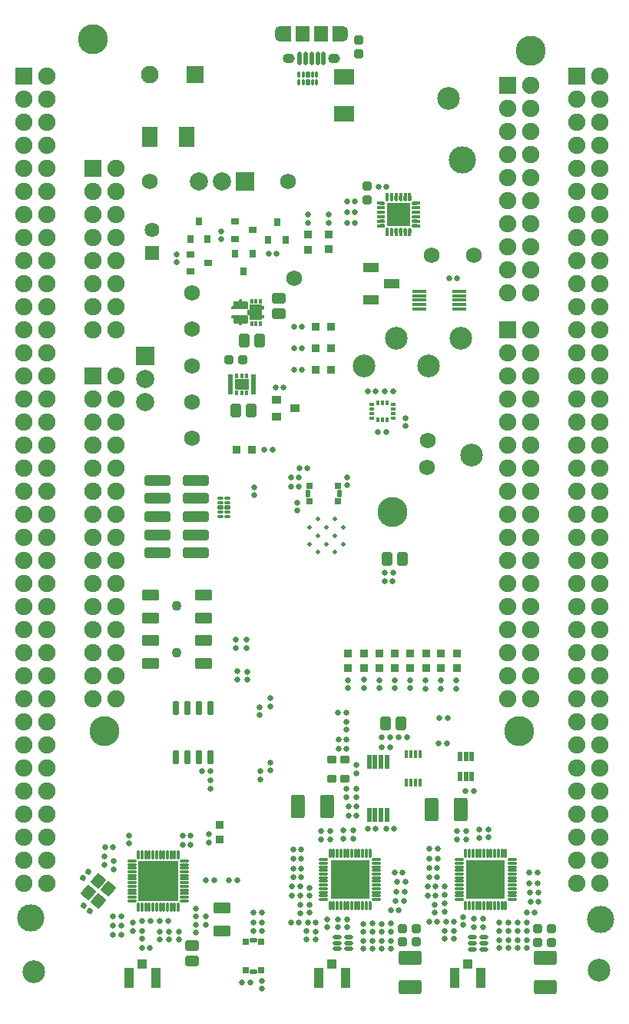
<source format=gts>
G04*
G04 #@! TF.GenerationSoftware,Altium Limited,Altium Designer,20.1.11 (218)*
G04*
G04 Layer_Color=8388736*
%FSLAX24Y24*%
%MOIN*%
G70*
G04*
G04 #@! TF.SameCoordinates,65F66D52-CE9B-4770-8034-86EEF532C684*
G04*
G04*
G04 #@! TF.FilePolarity,Negative*
G04*
G01*
G75*
%ADD85R,0.0512X0.0650*%
%ADD86C,0.1181*%
G04:AMPARAMS|DCode=87|XSize=48.8mil|YSize=52.8mil|CornerRadius=7.1mil|HoleSize=0mil|Usage=FLASHONLY|Rotation=320.000|XOffset=0mil|YOffset=0mil|HoleType=Round|Shape=RoundedRectangle|*
%AMROUNDEDRECTD87*
21,1,0.0488,0.0386,0,0,320.0*
21,1,0.0346,0.0528,0,0,320.0*
1,1,0.0142,0.0009,-0.0259*
1,1,0.0142,-0.0257,-0.0036*
1,1,0.0142,-0.0009,0.0259*
1,1,0.0142,0.0257,0.0036*
%
%ADD87ROUNDEDRECTD87*%
G04:AMPARAMS|DCode=88|XSize=23.9mil|YSize=23.9mil|CornerRadius=8mil|HoleSize=0mil|Usage=FLASHONLY|Rotation=180.000|XOffset=0mil|YOffset=0mil|HoleType=Round|Shape=RoundedRectangle|*
%AMROUNDEDRECTD88*
21,1,0.0239,0.0080,0,0,180.0*
21,1,0.0080,0.0239,0,0,180.0*
1,1,0.0159,-0.0040,0.0040*
1,1,0.0159,0.0040,0.0040*
1,1,0.0159,0.0040,-0.0040*
1,1,0.0159,-0.0040,-0.0040*
%
%ADD88ROUNDEDRECTD88*%
G04:AMPARAMS|DCode=89|XSize=11.8mil|YSize=26.2mil|CornerRadius=3.2mil|HoleSize=0mil|Usage=FLASHONLY|Rotation=90.000|XOffset=0mil|YOffset=0mil|HoleType=Round|Shape=RoundedRectangle|*
%AMROUNDEDRECTD89*
21,1,0.0118,0.0199,0,0,90.0*
21,1,0.0055,0.0262,0,0,90.0*
1,1,0.0063,0.0099,0.0028*
1,1,0.0063,0.0099,-0.0028*
1,1,0.0063,-0.0099,-0.0028*
1,1,0.0063,-0.0099,0.0028*
%
%ADD89ROUNDEDRECTD89*%
G04:AMPARAMS|DCode=90|XSize=19.7mil|YSize=26.2mil|CornerRadius=3.2mil|HoleSize=0mil|Usage=FLASHONLY|Rotation=90.000|XOffset=0mil|YOffset=0mil|HoleType=Round|Shape=RoundedRectangle|*
%AMROUNDEDRECTD90*
21,1,0.0197,0.0197,0,0,90.0*
21,1,0.0132,0.0262,0,0,90.0*
1,1,0.0065,0.0099,0.0066*
1,1,0.0065,0.0099,-0.0066*
1,1,0.0065,-0.0099,-0.0066*
1,1,0.0065,-0.0099,0.0066*
%
%ADD90ROUNDEDRECTD90*%
G04:AMPARAMS|DCode=91|XSize=23.9mil|YSize=23.9mil|CornerRadius=8mil|HoleSize=0mil|Usage=FLASHONLY|Rotation=90.000|XOffset=0mil|YOffset=0mil|HoleType=Round|Shape=RoundedRectangle|*
%AMROUNDEDRECTD91*
21,1,0.0239,0.0080,0,0,90.0*
21,1,0.0080,0.0239,0,0,90.0*
1,1,0.0159,0.0040,0.0040*
1,1,0.0159,0.0040,-0.0040*
1,1,0.0159,-0.0040,-0.0040*
1,1,0.0159,-0.0040,0.0040*
%
%ADD91ROUNDEDRECTD91*%
G04:AMPARAMS|DCode=92|XSize=11.8mil|YSize=26.2mil|CornerRadius=3.2mil|HoleSize=0mil|Usage=FLASHONLY|Rotation=0.000|XOffset=0mil|YOffset=0mil|HoleType=Round|Shape=RoundedRectangle|*
%AMROUNDEDRECTD92*
21,1,0.0118,0.0199,0,0,0.0*
21,1,0.0055,0.0262,0,0,0.0*
1,1,0.0063,0.0028,-0.0099*
1,1,0.0063,-0.0028,-0.0099*
1,1,0.0063,-0.0028,0.0099*
1,1,0.0063,0.0028,0.0099*
%
%ADD92ROUNDEDRECTD92*%
G04:AMPARAMS|DCode=93|XSize=19.7mil|YSize=26.2mil|CornerRadius=3.2mil|HoleSize=0mil|Usage=FLASHONLY|Rotation=0.000|XOffset=0mil|YOffset=0mil|HoleType=Round|Shape=RoundedRectangle|*
%AMROUNDEDRECTD93*
21,1,0.0197,0.0197,0,0,0.0*
21,1,0.0132,0.0262,0,0,0.0*
1,1,0.0065,0.0066,-0.0099*
1,1,0.0065,-0.0066,-0.0099*
1,1,0.0065,-0.0066,0.0099*
1,1,0.0065,0.0066,0.0099*
%
%ADD93ROUNDEDRECTD93*%
G04:AMPARAMS|DCode=94|XSize=19.7mil|YSize=57.1mil|CornerRadius=5.9mil|HoleSize=0mil|Usage=FLASHONLY|Rotation=180.000|XOffset=0mil|YOffset=0mil|HoleType=Round|Shape=RoundedRectangle|*
%AMROUNDEDRECTD94*
21,1,0.0197,0.0453,0,0,180.0*
21,1,0.0079,0.0571,0,0,180.0*
1,1,0.0118,-0.0039,0.0226*
1,1,0.0118,0.0039,0.0226*
1,1,0.0118,0.0039,-0.0226*
1,1,0.0118,-0.0039,-0.0226*
%
%ADD94ROUNDEDRECTD94*%
%ADD95R,0.0630X0.0650*%
%ADD96R,0.1732X0.1732*%
G04:AMPARAMS|DCode=97|XSize=11.8mil|YSize=37.4mil|CornerRadius=2.8mil|HoleSize=0mil|Usage=FLASHONLY|Rotation=180.000|XOffset=0mil|YOffset=0mil|HoleType=Round|Shape=RoundedRectangle|*
%AMROUNDEDRECTD97*
21,1,0.0118,0.0319,0,0,180.0*
21,1,0.0063,0.0374,0,0,180.0*
1,1,0.0055,-0.0032,0.0159*
1,1,0.0055,0.0032,0.0159*
1,1,0.0055,0.0032,-0.0159*
1,1,0.0055,-0.0032,-0.0159*
%
%ADD97ROUNDEDRECTD97*%
G04:AMPARAMS|DCode=98|XSize=11.8mil|YSize=37.4mil|CornerRadius=2.8mil|HoleSize=0mil|Usage=FLASHONLY|Rotation=90.000|XOffset=0mil|YOffset=0mil|HoleType=Round|Shape=RoundedRectangle|*
%AMROUNDEDRECTD98*
21,1,0.0118,0.0319,0,0,90.0*
21,1,0.0063,0.0374,0,0,90.0*
1,1,0.0055,0.0159,0.0032*
1,1,0.0055,0.0159,-0.0032*
1,1,0.0055,-0.0159,-0.0032*
1,1,0.0055,-0.0159,0.0032*
%
%ADD98ROUNDEDRECTD98*%
G04:AMPARAMS|DCode=99|XSize=58.9mil|YSize=46.9mil|CornerRadius=9.9mil|HoleSize=0mil|Usage=FLASHONLY|Rotation=180.000|XOffset=0mil|YOffset=0mil|HoleType=Round|Shape=RoundedRectangle|*
%AMROUNDEDRECTD99*
21,1,0.0589,0.0271,0,0,180.0*
21,1,0.0391,0.0469,0,0,180.0*
1,1,0.0198,-0.0195,0.0135*
1,1,0.0198,0.0195,0.0135*
1,1,0.0198,0.0195,-0.0135*
1,1,0.0198,-0.0195,-0.0135*
%
%ADD99ROUNDEDRECTD99*%
%ADD100R,0.0177X0.0187*%
%ADD101R,0.0197X0.0866*%
%ADD102R,0.0449X0.0909*%
%ADD103R,0.0429X0.0449*%
G04:AMPARAMS|DCode=104|XSize=43.4mil|YSize=112.3mil|CornerRadius=5.9mil|HoleSize=0mil|Usage=FLASHONLY|Rotation=270.000|XOffset=0mil|YOffset=0mil|HoleType=Round|Shape=RoundedRectangle|*
%AMROUNDEDRECTD104*
21,1,0.0434,0.1004,0,0,270.0*
21,1,0.0315,0.1123,0,0,270.0*
1,1,0.0119,-0.0502,-0.0157*
1,1,0.0119,-0.0502,0.0157*
1,1,0.0119,0.0502,0.0157*
1,1,0.0119,0.0502,-0.0157*
%
%ADD104ROUNDEDRECTD104*%
G04:AMPARAMS|DCode=105|XSize=40.6mil|YSize=11.8mil|CornerRadius=2.4mil|HoleSize=0mil|Usage=FLASHONLY|Rotation=0.000|XOffset=0mil|YOffset=0mil|HoleType=Round|Shape=RoundedRectangle|*
%AMROUNDEDRECTD105*
21,1,0.0406,0.0069,0,0,0.0*
21,1,0.0357,0.0118,0,0,0.0*
1,1,0.0049,0.0178,-0.0035*
1,1,0.0049,-0.0178,-0.0035*
1,1,0.0049,-0.0178,0.0035*
1,1,0.0049,0.0178,0.0035*
%
%ADD105ROUNDEDRECTD105*%
G04:AMPARAMS|DCode=106|XSize=40.6mil|YSize=11.8mil|CornerRadius=2.4mil|HoleSize=0mil|Usage=FLASHONLY|Rotation=90.000|XOffset=0mil|YOffset=0mil|HoleType=Round|Shape=RoundedRectangle|*
%AMROUNDEDRECTD106*
21,1,0.0406,0.0069,0,0,90.0*
21,1,0.0357,0.0118,0,0,90.0*
1,1,0.0049,0.0035,0.0178*
1,1,0.0049,0.0035,-0.0178*
1,1,0.0049,-0.0035,-0.0178*
1,1,0.0049,-0.0035,0.0178*
%
%ADD106ROUNDEDRECTD106*%
%ADD107R,0.1709X0.1709*%
%ADD108R,0.0167X0.0197*%
%ADD109R,0.0118X0.0197*%
G04:AMPARAMS|DCode=110|XSize=58.9mil|YSize=46.9mil|CornerRadius=9.9mil|HoleSize=0mil|Usage=FLASHONLY|Rotation=270.000|XOffset=0mil|YOffset=0mil|HoleType=Round|Shape=RoundedRectangle|*
%AMROUNDEDRECTD110*
21,1,0.0589,0.0271,0,0,270.0*
21,1,0.0391,0.0469,0,0,270.0*
1,1,0.0198,-0.0135,-0.0195*
1,1,0.0198,-0.0135,0.0195*
1,1,0.0198,0.0135,0.0195*
1,1,0.0198,0.0135,-0.0195*
%
%ADD110ROUNDEDRECTD110*%
G04:AMPARAMS|DCode=111|XSize=45.7mil|YSize=75.6mil|CornerRadius=6.8mil|HoleSize=0mil|Usage=FLASHONLY|Rotation=270.000|XOffset=0mil|YOffset=0mil|HoleType=Round|Shape=RoundedRectangle|*
%AMROUNDEDRECTD111*
21,1,0.0457,0.0620,0,0,270.0*
21,1,0.0321,0.0756,0,0,270.0*
1,1,0.0135,-0.0310,-0.0161*
1,1,0.0135,-0.0310,0.0161*
1,1,0.0135,0.0310,0.0161*
1,1,0.0135,0.0310,-0.0161*
%
%ADD111ROUNDEDRECTD111*%
G04:AMPARAMS|DCode=112|XSize=27.6mil|YSize=29.5mil|CornerRadius=4.3mil|HoleSize=0mil|Usage=FLASHONLY|Rotation=270.000|XOffset=0mil|YOffset=0mil|HoleType=Round|Shape=RoundedRectangle|*
%AMROUNDEDRECTD112*
21,1,0.0276,0.0209,0,0,270.0*
21,1,0.0189,0.0295,0,0,270.0*
1,1,0.0087,-0.0104,-0.0094*
1,1,0.0087,-0.0104,0.0094*
1,1,0.0087,0.0104,0.0094*
1,1,0.0087,0.0104,-0.0094*
%
%ADD112ROUNDEDRECTD112*%
G04:AMPARAMS|DCode=113|XSize=31.5mil|YSize=17.7mil|CornerRadius=3.3mil|HoleSize=0mil|Usage=FLASHONLY|Rotation=90.000|XOffset=0mil|YOffset=0mil|HoleType=Round|Shape=RoundedRectangle|*
%AMROUNDEDRECTD113*
21,1,0.0315,0.0110,0,0,90.0*
21,1,0.0248,0.0177,0,0,90.0*
1,1,0.0067,0.0055,0.0124*
1,1,0.0067,0.0055,-0.0124*
1,1,0.0067,-0.0055,-0.0124*
1,1,0.0067,-0.0055,0.0124*
%
%ADD113ROUNDEDRECTD113*%
%ADD114R,0.0370X0.0370*%
G04:AMPARAMS|DCode=115|XSize=30.3mil|YSize=39mil|CornerRadius=4mil|HoleSize=0mil|Usage=FLASHONLY|Rotation=270.000|XOffset=0mil|YOffset=0mil|HoleType=Round|Shape=RoundedRectangle|*
%AMROUNDEDRECTD115*
21,1,0.0303,0.0310,0,0,270.0*
21,1,0.0223,0.0390,0,0,270.0*
1,1,0.0080,-0.0155,-0.0112*
1,1,0.0080,-0.0155,0.0112*
1,1,0.0080,0.0155,0.0112*
1,1,0.0080,0.0155,-0.0112*
%
%ADD115ROUNDEDRECTD115*%
G04:AMPARAMS|DCode=116|XSize=21.7mil|YSize=63mil|CornerRadius=3.7mil|HoleSize=0mil|Usage=FLASHONLY|Rotation=180.000|XOffset=0mil|YOffset=0mil|HoleType=Round|Shape=RoundedRectangle|*
%AMROUNDEDRECTD116*
21,1,0.0217,0.0555,0,0,180.0*
21,1,0.0142,0.0630,0,0,180.0*
1,1,0.0075,-0.0071,0.0278*
1,1,0.0075,0.0071,0.0278*
1,1,0.0075,0.0071,-0.0278*
1,1,0.0075,-0.0071,-0.0278*
%
%ADD116ROUNDEDRECTD116*%
%ADD117R,0.1043X0.1043*%
%ADD118R,0.0157X0.0315*%
%ADD119R,0.0315X0.0157*%
G04:AMPARAMS|DCode=120|XSize=23.9mil|YSize=23.9mil|CornerRadius=8mil|HoleSize=0mil|Usage=FLASHONLY|Rotation=140.000|XOffset=0mil|YOffset=0mil|HoleType=Round|Shape=RoundedRectangle|*
%AMROUNDEDRECTD120*
21,1,0.0239,0.0080,0,0,140.0*
21,1,0.0080,0.0239,0,0,140.0*
1,1,0.0159,-0.0005,0.0056*
1,1,0.0159,0.0056,0.0005*
1,1,0.0159,0.0005,-0.0056*
1,1,0.0159,-0.0056,-0.0005*
%
%ADD120ROUNDEDRECTD120*%
G04:AMPARAMS|DCode=121|XSize=38.9mil|YSize=37.9mil|CornerRadius=7.9mil|HoleSize=0mil|Usage=FLASHONLY|Rotation=180.000|XOffset=0mil|YOffset=0mil|HoleType=Round|Shape=RoundedRectangle|*
%AMROUNDEDRECTD121*
21,1,0.0389,0.0221,0,0,180.0*
21,1,0.0231,0.0379,0,0,180.0*
1,1,0.0158,-0.0116,0.0111*
1,1,0.0158,0.0116,0.0111*
1,1,0.0158,0.0116,-0.0111*
1,1,0.0158,-0.0116,-0.0111*
%
%ADD121ROUNDEDRECTD121*%
G04:AMPARAMS|DCode=122|XSize=102.4mil|YSize=63mil|CornerRadius=13.8mil|HoleSize=0mil|Usage=FLASHONLY|Rotation=180.000|XOffset=0mil|YOffset=0mil|HoleType=Round|Shape=RoundedRectangle|*
%AMROUNDEDRECTD122*
21,1,0.1024,0.0354,0,0,180.0*
21,1,0.0748,0.0630,0,0,180.0*
1,1,0.0276,-0.0374,0.0177*
1,1,0.0276,0.0374,0.0177*
1,1,0.0276,0.0374,-0.0177*
1,1,0.0276,-0.0374,-0.0177*
%
%ADD122ROUNDEDRECTD122*%
G04:AMPARAMS|DCode=123|XSize=29.1mil|YSize=62.6mil|CornerRadius=6.3mil|HoleSize=0mil|Usage=FLASHONLY|Rotation=0.000|XOffset=0mil|YOffset=0mil|HoleType=Round|Shape=RoundedRectangle|*
%AMROUNDEDRECTD123*
21,1,0.0291,0.0500,0,0,0.0*
21,1,0.0165,0.0626,0,0,0.0*
1,1,0.0126,0.0083,-0.0250*
1,1,0.0126,-0.0083,-0.0250*
1,1,0.0126,-0.0083,0.0250*
1,1,0.0126,0.0083,0.0250*
%
%ADD123ROUNDEDRECTD123*%
%ADD124R,0.0246X0.0157*%
%ADD125R,0.0157X0.0246*%
%ADD126R,0.0370X0.0370*%
G04:AMPARAMS|DCode=127|XSize=76.4mil|YSize=44.9mil|CornerRadius=6.7mil|HoleSize=0mil|Usage=FLASHONLY|Rotation=0.000|XOffset=0mil|YOffset=0mil|HoleType=Round|Shape=RoundedRectangle|*
%AMROUNDEDRECTD127*
21,1,0.0764,0.0315,0,0,0.0*
21,1,0.0630,0.0449,0,0,0.0*
1,1,0.0134,0.0315,-0.0157*
1,1,0.0134,-0.0315,-0.0157*
1,1,0.0134,-0.0315,0.0157*
1,1,0.0134,0.0315,0.0157*
%
%ADD127ROUNDEDRECTD127*%
G04:AMPARAMS|DCode=128|XSize=31.5mil|YSize=17.7mil|CornerRadius=3.3mil|HoleSize=0mil|Usage=FLASHONLY|Rotation=0.000|XOffset=0mil|YOffset=0mil|HoleType=Round|Shape=RoundedRectangle|*
%AMROUNDEDRECTD128*
21,1,0.0315,0.0110,0,0,0.0*
21,1,0.0248,0.0177,0,0,0.0*
1,1,0.0067,0.0124,-0.0055*
1,1,0.0067,-0.0124,-0.0055*
1,1,0.0067,-0.0124,0.0055*
1,1,0.0067,0.0124,0.0055*
%
%ADD128ROUNDEDRECTD128*%
G04:AMPARAMS|DCode=129|XSize=27.6mil|YSize=29.5mil|CornerRadius=4.3mil|HoleSize=0mil|Usage=FLASHONLY|Rotation=0.000|XOffset=0mil|YOffset=0mil|HoleType=Round|Shape=RoundedRectangle|*
%AMROUNDEDRECTD129*
21,1,0.0276,0.0209,0,0,0.0*
21,1,0.0189,0.0295,0,0,0.0*
1,1,0.0087,0.0094,-0.0104*
1,1,0.0087,-0.0094,-0.0104*
1,1,0.0087,-0.0094,0.0104*
1,1,0.0087,0.0094,0.0104*
%
%ADD129ROUNDEDRECTD129*%
G04:AMPARAMS|DCode=130|XSize=15.7mil|YSize=35.4mil|CornerRadius=3.2mil|HoleSize=0mil|Usage=FLASHONLY|Rotation=180.000|XOffset=0mil|YOffset=0mil|HoleType=Round|Shape=RoundedRectangle|*
%AMROUNDEDRECTD130*
21,1,0.0157,0.0291,0,0,180.0*
21,1,0.0094,0.0354,0,0,180.0*
1,1,0.0063,-0.0047,0.0146*
1,1,0.0063,0.0047,0.0146*
1,1,0.0063,0.0047,-0.0146*
1,1,0.0063,-0.0047,-0.0146*
%
%ADD130ROUNDEDRECTD130*%
G04:AMPARAMS|DCode=131|XSize=102.4mil|YSize=63mil|CornerRadius=13.8mil|HoleSize=0mil|Usage=FLASHONLY|Rotation=90.000|XOffset=0mil|YOffset=0mil|HoleType=Round|Shape=RoundedRectangle|*
%AMROUNDEDRECTD131*
21,1,0.1024,0.0354,0,0,90.0*
21,1,0.0748,0.0630,0,0,90.0*
1,1,0.0276,0.0177,0.0374*
1,1,0.0276,0.0177,-0.0374*
1,1,0.0276,-0.0177,-0.0374*
1,1,0.0276,-0.0177,0.0374*
%
%ADD131ROUNDEDRECTD131*%
G04:AMPARAMS|DCode=132|XSize=19.7mil|YSize=39.4mil|CornerRadius=2.8mil|HoleSize=0mil|Usage=FLASHONLY|Rotation=0.000|XOffset=0mil|YOffset=0mil|HoleType=Round|Shape=RoundedRectangle|*
%AMROUNDEDRECTD132*
21,1,0.0197,0.0339,0,0,0.0*
21,1,0.0142,0.0394,0,0,0.0*
1,1,0.0055,0.0071,-0.0169*
1,1,0.0055,-0.0071,-0.0169*
1,1,0.0055,-0.0071,0.0169*
1,1,0.0055,0.0071,0.0169*
%
%ADD132ROUNDEDRECTD132*%
G04:AMPARAMS|DCode=133|XSize=37mil|YSize=17.3mil|CornerRadius=3.9mil|HoleSize=0mil|Usage=FLASHONLY|Rotation=180.000|XOffset=0mil|YOffset=0mil|HoleType=Round|Shape=RoundedRectangle|*
%AMROUNDEDRECTD133*
21,1,0.0370,0.0094,0,0,180.0*
21,1,0.0291,0.0173,0,0,180.0*
1,1,0.0079,-0.0146,0.0047*
1,1,0.0079,0.0146,0.0047*
1,1,0.0079,0.0146,-0.0047*
1,1,0.0079,-0.0146,-0.0047*
%
%ADD133ROUNDEDRECTD133*%
%ADD134R,0.0291X0.0331*%
%ADD135R,0.0409X0.0370*%
%ADD136R,0.0913X0.0654*%
G04:AMPARAMS|DCode=137|XSize=15.7mil|YSize=61mil|CornerRadius=3.7mil|HoleSize=0mil|Usage=FLASHONLY|Rotation=90.000|XOffset=0mil|YOffset=0mil|HoleType=Round|Shape=RoundedRectangle|*
%AMROUNDEDRECTD137*
21,1,0.0157,0.0535,0,0,90.0*
21,1,0.0083,0.0610,0,0,90.0*
1,1,0.0075,0.0268,0.0041*
1,1,0.0075,0.0268,-0.0041*
1,1,0.0075,-0.0268,-0.0041*
1,1,0.0075,-0.0268,0.0041*
%
%ADD137ROUNDEDRECTD137*%
G04:AMPARAMS|DCode=138|XSize=38.9mil|YSize=37.9mil|CornerRadius=7.9mil|HoleSize=0mil|Usage=FLASHONLY|Rotation=270.000|XOffset=0mil|YOffset=0mil|HoleType=Round|Shape=RoundedRectangle|*
%AMROUNDEDRECTD138*
21,1,0.0389,0.0221,0,0,270.0*
21,1,0.0231,0.0379,0,0,270.0*
1,1,0.0158,-0.0111,-0.0116*
1,1,0.0158,-0.0111,0.0116*
1,1,0.0158,0.0111,0.0116*
1,1,0.0158,0.0111,-0.0116*
%
%ADD138ROUNDEDRECTD138*%
G04:AMPARAMS|DCode=139|XSize=23.9mil|YSize=23.9mil|CornerRadius=8mil|HoleSize=0mil|Usage=FLASHONLY|Rotation=50.000|XOffset=0mil|YOffset=0mil|HoleType=Round|Shape=RoundedRectangle|*
%AMROUNDEDRECTD139*
21,1,0.0239,0.0080,0,0,50.0*
21,1,0.0080,0.0239,0,0,50.0*
1,1,0.0159,0.0056,0.0005*
1,1,0.0159,0.0005,-0.0056*
1,1,0.0159,-0.0056,-0.0005*
1,1,0.0159,-0.0005,0.0056*
%
%ADD139ROUNDEDRECTD139*%
%ADD140R,0.0685X0.0449*%
%ADD141R,0.0275X0.0340*%
%ADD142R,0.0340X0.0275*%
%ADD143R,0.0331X0.0291*%
%ADD144R,0.0654X0.0913*%
G04:AMPARAMS|DCode=145|XSize=53.1mil|YSize=41.3mil|CornerRadius=20.7mil|HoleSize=0mil|Usage=FLASHONLY|Rotation=180.000|XOffset=0mil|YOffset=0mil|HoleType=Round|Shape=RoundedRectangle|*
%AMROUNDEDRECTD145*
21,1,0.0531,0.0000,0,0,180.0*
21,1,0.0118,0.0413,0,0,180.0*
1,1,0.0413,-0.0059,0.0000*
1,1,0.0413,0.0059,0.0000*
1,1,0.0413,0.0059,0.0000*
1,1,0.0413,-0.0059,0.0000*
%
%ADD145ROUNDEDRECTD145*%
G04:AMPARAMS|DCode=146|XSize=41.3mil|YSize=65mil|CornerRadius=20.7mil|HoleSize=0mil|Usage=FLASHONLY|Rotation=180.000|XOffset=0mil|YOffset=0mil|HoleType=Round|Shape=RoundedRectangle|*
%AMROUNDEDRECTD146*
21,1,0.0413,0.0236,0,0,180.0*
21,1,0.0000,0.0650,0,0,180.0*
1,1,0.0413,0.0000,0.0118*
1,1,0.0413,0.0000,0.0118*
1,1,0.0413,0.0000,-0.0118*
1,1,0.0413,0.0000,-0.0118*
%
%ADD146ROUNDEDRECTD146*%
%ADD147R,0.0640X0.0640*%
%ADD148C,0.0640*%
%ADD149C,0.0434*%
%ADD150C,0.0680*%
%ADD151C,0.0749*%
%ADD152R,0.0749X0.0749*%
%ADD153C,0.1300*%
%ADD154C,0.0985*%
%ADD155R,0.0787X0.0787*%
%ADD156C,0.0787*%
%ADD157C,0.0768*%
%ADD158R,0.0768X0.0768*%
%ADD159R,0.0787X0.0787*%
%ADD160C,0.0197*%
%ADD161C,0.0237*%
%ADD162C,0.0240*%
G36*
X18132Y34693D02*
X18131Y34686D01*
X18125Y34674D01*
X18118Y34663D01*
X18109Y34653D01*
X18098Y34645D01*
X18086Y34639D01*
X18074Y34634D01*
X18060Y34632D01*
X18047D01*
X18034Y34634D01*
X18021Y34639D01*
X18009Y34645D01*
X17999Y34653D01*
X17990Y34663D01*
X17982Y34674D01*
X17977Y34686D01*
X17975Y34693D01*
X17975Y34693D01*
Y34850D01*
X18132D01*
Y34693D01*
D02*
G37*
G36*
X17936D02*
X17934Y34686D01*
X17928Y34674D01*
X17921Y34663D01*
X17912Y34653D01*
X17901Y34645D01*
X17889Y34639D01*
X17877Y34634D01*
X17864Y34632D01*
X17850D01*
X17837Y34634D01*
X17824Y34639D01*
X17813Y34645D01*
X17802Y34653D01*
X17793Y34663D01*
X17785Y34674D01*
X17780Y34686D01*
X17778Y34693D01*
X17778Y34693D01*
Y34850D01*
X17936D01*
Y34693D01*
D02*
G37*
G36*
X17739D02*
X17737Y34686D01*
X17731Y34674D01*
X17724Y34663D01*
X17715Y34653D01*
X17704Y34645D01*
X17693Y34639D01*
X17680Y34634D01*
X17667Y34632D01*
X17653D01*
X17640Y34634D01*
X17627Y34639D01*
X17616Y34645D01*
X17605Y34653D01*
X17596Y34663D01*
X17589Y34674D01*
X17583Y34686D01*
X17581Y34693D01*
X17581Y34693D01*
Y34850D01*
X17739D01*
Y34693D01*
D02*
G37*
G36*
X17542D02*
X17540Y34686D01*
X17535Y34674D01*
X17527Y34663D01*
X17518Y34653D01*
X17507Y34645D01*
X17496Y34639D01*
X17483Y34634D01*
X17470Y34632D01*
X17456D01*
X17443Y34634D01*
X17431Y34639D01*
X17419Y34645D01*
X17408Y34653D01*
X17399Y34663D01*
X17392Y34674D01*
X17386Y34686D01*
X17384Y34693D01*
X17384Y34693D01*
Y34850D01*
X17542D01*
Y34693D01*
D02*
G37*
G36*
X17345D02*
X17343Y34686D01*
X17338Y34674D01*
X17330Y34663D01*
X17321Y34653D01*
X17311Y34645D01*
X17299Y34639D01*
X17286Y34634D01*
X17273Y34632D01*
X17260D01*
X17246Y34634D01*
X17234Y34639D01*
X17222Y34645D01*
X17211Y34653D01*
X17202Y34663D01*
X17195Y34674D01*
X17189Y34686D01*
X17188Y34693D01*
X17188Y34693D01*
Y34850D01*
X17345D01*
Y34693D01*
D02*
G37*
G36*
X17148D02*
X17146Y34686D01*
X17141Y34674D01*
X17134Y34663D01*
X17124Y34653D01*
X17114Y34645D01*
X17102Y34639D01*
X17089Y34634D01*
X17076Y34632D01*
X17063D01*
X17050Y34634D01*
X17037Y34639D01*
X17025Y34645D01*
X17015Y34653D01*
X17005Y34663D01*
X16998Y34674D01*
X16992Y34686D01*
X16991Y34693D01*
X16991Y34693D01*
Y34850D01*
X17148D01*
Y34693D01*
D02*
G37*
G36*
X18359Y34466D02*
X18201Y34466D01*
X18195Y34468D01*
X18183Y34473D01*
X18172Y34481D01*
X18162Y34490D01*
X18154Y34501D01*
X18147Y34512D01*
X18143Y34525D01*
X18141Y34538D01*
Y34552D01*
X18143Y34565D01*
X18147Y34577D01*
X18154Y34589D01*
X18162Y34600D01*
X18172Y34609D01*
X18183Y34616D01*
X18195Y34622D01*
X18201Y34624D01*
X18359D01*
Y34466D01*
D02*
G37*
G36*
X16928Y34622D02*
X16940Y34616D01*
X16952Y34609D01*
X16961Y34600D01*
X16969Y34589D01*
X16976Y34577D01*
X16980Y34565D01*
X16982Y34552D01*
Y34538D01*
X16980Y34525D01*
X16976Y34512D01*
X16969Y34501D01*
X16961Y34490D01*
X16952Y34481D01*
X16940Y34473D01*
X16928Y34468D01*
X16922Y34466D01*
Y34466D01*
X16764D01*
Y34624D01*
X16922D01*
X16928Y34622D01*
D02*
G37*
G36*
X18359Y34269D02*
X18201Y34269D01*
X18195Y34271D01*
X18183Y34277D01*
X18172Y34284D01*
X18162Y34293D01*
X18154Y34304D01*
X18147Y34316D01*
X18143Y34328D01*
X18141Y34341D01*
Y34355D01*
X18143Y34368D01*
X18147Y34381D01*
X18154Y34392D01*
X18162Y34403D01*
X18172Y34412D01*
X18183Y34420D01*
X18195Y34425D01*
X18201Y34427D01*
X18359D01*
Y34269D01*
D02*
G37*
G36*
X16928Y34425D02*
X16940Y34420D01*
X16952Y34412D01*
X16961Y34403D01*
X16969Y34392D01*
X16976Y34381D01*
X16980Y34368D01*
X16982Y34355D01*
Y34341D01*
X16980Y34328D01*
X16976Y34316D01*
X16969Y34304D01*
X16961Y34293D01*
X16952Y34284D01*
X16940Y34277D01*
X16928Y34271D01*
X16922Y34269D01*
Y34269D01*
X16764D01*
Y34427D01*
X16922D01*
X16928Y34425D01*
D02*
G37*
G36*
X18359Y34072D02*
X18201Y34072D01*
X18195Y34074D01*
X18183Y34080D01*
X18172Y34087D01*
X18162Y34096D01*
X18154Y34107D01*
X18147Y34119D01*
X18143Y34131D01*
X18141Y34144D01*
Y34158D01*
X18143Y34171D01*
X18147Y34184D01*
X18154Y34195D01*
X18162Y34206D01*
X18172Y34215D01*
X18183Y34223D01*
X18195Y34228D01*
X18201Y34230D01*
X18359D01*
Y34072D01*
D02*
G37*
G36*
X16928Y34228D02*
X16940Y34223D01*
X16952Y34215D01*
X16961Y34206D01*
X16969Y34195D01*
X16976Y34184D01*
X16980Y34171D01*
X16982Y34158D01*
Y34144D01*
X16980Y34131D01*
X16976Y34119D01*
X16969Y34107D01*
X16961Y34096D01*
X16952Y34087D01*
X16940Y34080D01*
X16928Y34074D01*
X16922Y34072D01*
Y34072D01*
X16764D01*
Y34230D01*
X16922D01*
X16928Y34228D01*
D02*
G37*
G36*
X18359Y33876D02*
X18201Y33876D01*
X18195Y33877D01*
X18183Y33883D01*
X18172Y33890D01*
X18162Y33899D01*
X18154Y33910D01*
X18147Y33922D01*
X18143Y33934D01*
X18141Y33948D01*
Y33961D01*
X18143Y33974D01*
X18147Y33987D01*
X18154Y33999D01*
X18162Y34009D01*
X18172Y34018D01*
X18183Y34026D01*
X18195Y34031D01*
X18201Y34033D01*
X18359D01*
Y33876D01*
D02*
G37*
G36*
X16928Y34031D02*
X16940Y34026D01*
X16952Y34018D01*
X16961Y34009D01*
X16969Y33999D01*
X16976Y33987D01*
X16980Y33974D01*
X16982Y33961D01*
Y33948D01*
X16980Y33934D01*
X16976Y33922D01*
X16969Y33910D01*
X16961Y33899D01*
X16952Y33890D01*
X16940Y33883D01*
X16928Y33877D01*
X16922Y33876D01*
Y33876D01*
X16764D01*
Y34033D01*
X16922D01*
X16928Y34031D01*
D02*
G37*
G36*
X18359Y33679D02*
X18201Y33679D01*
X18195Y33680D01*
X18183Y33686D01*
X18172Y33693D01*
X18162Y33703D01*
X18154Y33713D01*
X18147Y33725D01*
X18143Y33738D01*
X18141Y33751D01*
Y33764D01*
X18143Y33777D01*
X18147Y33790D01*
X18154Y33802D01*
X18162Y33812D01*
X18172Y33822D01*
X18183Y33829D01*
X18195Y33834D01*
X18201Y33836D01*
X18359D01*
Y33679D01*
D02*
G37*
G36*
X16928Y33834D02*
X16940Y33829D01*
X16952Y33822D01*
X16961Y33812D01*
X16969Y33802D01*
X16976Y33790D01*
X16980Y33777D01*
X16982Y33764D01*
Y33751D01*
X16980Y33738D01*
X16976Y33725D01*
X16969Y33713D01*
X16961Y33703D01*
X16952Y33693D01*
X16940Y33686D01*
X16928Y33680D01*
X16922Y33679D01*
Y33679D01*
X16764D01*
Y33836D01*
X16922D01*
X16928Y33834D01*
D02*
G37*
G36*
X18359Y33482D02*
X18201Y33482D01*
X18195Y33484D01*
X18183Y33489D01*
X18172Y33497D01*
X18162Y33506D01*
X18154Y33516D01*
X18147Y33528D01*
X18143Y33541D01*
X18141Y33554D01*
Y33567D01*
X18143Y33581D01*
X18147Y33593D01*
X18154Y33605D01*
X18162Y33616D01*
X18172Y33625D01*
X18183Y33632D01*
X18195Y33638D01*
X18201Y33639D01*
X18359D01*
Y33482D01*
D02*
G37*
G36*
X16928Y33638D02*
X16940Y33632D01*
X16952Y33625D01*
X16961Y33616D01*
X16969Y33605D01*
X16976Y33593D01*
X16980Y33581D01*
X16982Y33567D01*
Y33554D01*
X16980Y33541D01*
X16976Y33528D01*
X16969Y33516D01*
X16961Y33506D01*
X16952Y33497D01*
X16940Y33489D01*
X16928Y33484D01*
X16922Y33482D01*
Y33482D01*
X16764D01*
Y33639D01*
X16922D01*
X16928Y33638D01*
D02*
G37*
G36*
X18074Y33471D02*
X18086Y33467D01*
X18098Y33461D01*
X18109Y33452D01*
X18118Y33443D01*
X18125Y33432D01*
X18131Y33419D01*
X18132Y33413D01*
Y33256D01*
X17975D01*
X17975Y33413D01*
X17977Y33419D01*
X17982Y33432D01*
X17990Y33443D01*
X17999Y33452D01*
X18009Y33461D01*
X18021Y33467D01*
X18034Y33471D01*
X18047Y33473D01*
X18060D01*
X18074Y33471D01*
D02*
G37*
G36*
X17877D02*
X17889Y33467D01*
X17901Y33461D01*
X17912Y33452D01*
X17921Y33443D01*
X17928Y33432D01*
X17934Y33419D01*
X17936Y33413D01*
Y33256D01*
X17778D01*
X17778Y33413D01*
X17780Y33419D01*
X17785Y33432D01*
X17793Y33443D01*
X17802Y33452D01*
X17813Y33461D01*
X17824Y33467D01*
X17837Y33471D01*
X17850Y33473D01*
X17864D01*
X17877Y33471D01*
D02*
G37*
G36*
X17680D02*
X17693Y33467D01*
X17704Y33461D01*
X17715Y33452D01*
X17724Y33443D01*
X17731Y33432D01*
X17737Y33419D01*
X17739Y33413D01*
Y33256D01*
X17581D01*
X17581Y33413D01*
X17583Y33419D01*
X17589Y33432D01*
X17596Y33443D01*
X17605Y33452D01*
X17616Y33461D01*
X17627Y33467D01*
X17640Y33471D01*
X17653Y33473D01*
X17667D01*
X17680Y33471D01*
D02*
G37*
G36*
X17483D02*
X17496Y33467D01*
X17507Y33461D01*
X17518Y33452D01*
X17527Y33443D01*
X17535Y33432D01*
X17540Y33419D01*
X17542Y33413D01*
Y33256D01*
X17384D01*
X17384Y33413D01*
X17386Y33419D01*
X17392Y33432D01*
X17399Y33443D01*
X17408Y33452D01*
X17419Y33461D01*
X17431Y33467D01*
X17443Y33471D01*
X17456Y33473D01*
X17470D01*
X17483Y33471D01*
D02*
G37*
G36*
X17286D02*
X17299Y33467D01*
X17311Y33461D01*
X17321Y33452D01*
X17330Y33443D01*
X17338Y33432D01*
X17343Y33419D01*
X17345Y33413D01*
Y33256D01*
X17188D01*
X17188Y33413D01*
X17189Y33419D01*
X17195Y33432D01*
X17202Y33443D01*
X17211Y33452D01*
X17222Y33461D01*
X17234Y33467D01*
X17246Y33471D01*
X17260Y33473D01*
X17273D01*
X17286Y33471D01*
D02*
G37*
G36*
X17089D02*
X17102Y33467D01*
X17114Y33461D01*
X17124Y33452D01*
X17134Y33443D01*
X17141Y33432D01*
X17146Y33419D01*
X17148Y33413D01*
Y33256D01*
X16991D01*
X16991Y33413D01*
X16992Y33419D01*
X16998Y33432D01*
X17005Y33443D01*
X17015Y33452D01*
X17025Y33461D01*
X17037Y33467D01*
X17050Y33471D01*
X17063Y33473D01*
X17076D01*
X17089Y33471D01*
D02*
G37*
G36*
X10771Y30377D02*
X10775Y30376D01*
X10779Y30374D01*
X10782Y30371D01*
X10784Y30368D01*
X10786Y30365D01*
X10787Y30361D01*
X10787Y30357D01*
Y30280D01*
X10788Y30279D01*
X10788Y30279D01*
X11004Y30279D01*
X11004D01*
X11004D01*
X11008Y30278D01*
X11011Y30277D01*
X11011Y30277D01*
D01*
X11011Y30277D01*
X11015Y30275D01*
X11017Y30273D01*
X11018Y30273D01*
Y30273D01*
X11018D01*
X11018Y30272D01*
X11020Y30270D01*
X11022Y30266D01*
X11022Y30266D01*
D01*
X11022Y30266D01*
X11023Y30263D01*
X11024Y30259D01*
Y30259D01*
Y30259D01*
X11024Y29983D01*
Y29979D01*
D01*
Y29979D01*
X11023Y29976D01*
X11022Y29972D01*
X11019Y29965D01*
X11017Y29961D01*
X11015Y29958D01*
X11009Y29953D01*
X11006Y29950D01*
X11004Y29949D01*
X11003Y29948D01*
X10996Y29945D01*
X10994Y29945D01*
X10992Y29944D01*
X10988Y29944D01*
X10335D01*
X10331Y29944D01*
X10327Y29945D01*
X10324Y29947D01*
X10321Y29950D01*
X10318Y29953D01*
X10316Y29956D01*
X10315Y29960D01*
X10315Y29964D01*
Y30052D01*
X10315Y30056D01*
X10316Y30060D01*
X10318Y30063D01*
X10321Y30066D01*
X10324Y30069D01*
X10327Y30071D01*
X10331Y30072D01*
X10335Y30072D01*
X10412Y30072D01*
X10413Y30072D01*
X10413Y30073D01*
X10413Y30259D01*
X10414Y30263D01*
X10415Y30266D01*
X10417Y30270D01*
X10419Y30273D01*
X10422Y30275D01*
X10425Y30277D01*
X10429Y30278D01*
X10433Y30279D01*
X10648Y30279D01*
X10649Y30279D01*
X10649Y30280D01*
Y30357D01*
X10650Y30361D01*
X10651Y30365D01*
X10653Y30368D01*
X10655Y30371D01*
X10658Y30374D01*
X10662Y30376D01*
X10665Y30377D01*
X10669Y30377D01*
X10768D01*
X10771Y30377D01*
D02*
G37*
G36*
X11618Y30141D02*
X11622Y30140D01*
X11625Y30138D01*
X11628Y30135D01*
X11630Y30132D01*
X11632Y30129D01*
X11633Y30125D01*
X11634Y30121D01*
Y30073D01*
X11634Y30072D01*
X11635Y30072D01*
X11712D01*
X11716Y30072D01*
X11720Y30071D01*
X11723Y30069D01*
X11726Y30066D01*
X11729Y30063D01*
X11731Y30060D01*
X11732Y30056D01*
X11732Y30052D01*
Y29954D01*
Y29954D01*
Y29954D01*
X11732Y29950D01*
X11731Y29948D01*
X11731Y29946D01*
X11731Y29946D01*
D01*
X11729Y29943D01*
X11727Y29941D01*
X11726Y29940D01*
X11726Y29940D01*
X11726Y29940D01*
X11725Y29939D01*
X11723Y29937D01*
X11720Y29936D01*
D01*
X11720Y29936D01*
X11719Y29935D01*
X11716Y29935D01*
X11712Y29934D01*
X11712D01*
X11712D01*
X11635Y29934D01*
X11634Y29934D01*
X11634Y29933D01*
X11634Y29679D01*
X11634Y29679D01*
X11635Y29678D01*
X11712Y29678D01*
X11716Y29678D01*
X11719Y29677D01*
X11720Y29677D01*
X11720Y29677D01*
D01*
X11723Y29675D01*
X11725Y29674D01*
X11726Y29673D01*
X11726Y29673D01*
X11726Y29673D01*
X11727Y29672D01*
X11729Y29670D01*
X11731Y29666D01*
D01*
X11731Y29666D01*
X11731Y29665D01*
X11732Y29662D01*
X11732Y29659D01*
Y29560D01*
X11732Y29556D01*
X11731Y29553D01*
X11729Y29549D01*
X11726Y29546D01*
X11723Y29544D01*
X11720Y29542D01*
X11716Y29541D01*
X11712Y29540D01*
X11635D01*
X11634Y29540D01*
X11634Y29540D01*
X11634Y29491D01*
X11633Y29487D01*
X11632Y29484D01*
X11630Y29480D01*
X11628Y29477D01*
X11625Y29475D01*
X11622Y29473D01*
X11618Y29472D01*
X11614Y29472D01*
X11114D01*
X11110Y29472D01*
X11106Y29473D01*
X11105Y29474D01*
X11103Y29475D01*
X11100Y29477D01*
Y29477D01*
X11100D01*
X11098Y29480D01*
X11097Y29482D01*
X11096Y29484D01*
X11095Y29487D01*
X11094Y29491D01*
X11094Y29687D01*
X11094Y29688D01*
X11093Y29688D01*
X11051Y29688D01*
X11047D01*
X11043Y29688D01*
X11040Y29690D01*
X11032Y29693D01*
X11029Y29694D01*
X11026Y29697D01*
X11020Y29702D01*
X11018Y29705D01*
X11016Y29709D01*
X11013Y29716D01*
X11012Y29720D01*
X11012Y29724D01*
Y29728D01*
Y29728D01*
D01*
X11012Y29885D01*
X11012Y29885D01*
X11012Y29885D01*
X11012Y29885D01*
X11012Y29885D01*
X11012Y29889D01*
Y29889D01*
Y29889D01*
X11012Y29890D01*
X11012Y29893D01*
X11012Y29893D01*
Y29893D01*
X11012Y29894D01*
X11013Y29896D01*
X11013Y29896D01*
Y29896D01*
X11016Y29904D01*
X11016Y29904D01*
X11016Y29904D01*
X11017Y29905D01*
X11018Y29907D01*
X11018Y29907D01*
X11018Y29907D01*
X11020Y29910D01*
X11026Y29916D01*
X11029Y29918D01*
X11032Y29920D01*
X11032Y29920D01*
D01*
X11039Y29923D01*
X11039Y29923D01*
X11039Y29923D01*
X11042Y29924D01*
X11043Y29924D01*
X11043D01*
X11043Y29924D01*
X11046Y29924D01*
X11047Y29924D01*
X11047D01*
X11047D01*
X11051Y29924D01*
X11051D01*
X11051D01*
X11093Y29924D01*
X11094Y29925D01*
X11094Y29925D01*
X11094Y30121D01*
X11095Y30125D01*
X11096Y30129D01*
X11097Y30131D01*
X11098Y30132D01*
X11100Y30135D01*
X11100D01*
Y30135D01*
X11103Y30138D01*
X11105Y30139D01*
X11106Y30140D01*
X11110Y30141D01*
X11114Y30141D01*
X11614D01*
X11618Y30141D01*
D02*
G37*
G36*
X10992Y29668D02*
X10992Y29668D01*
X10996Y29667D01*
X11003Y29664D01*
X11005Y29663D01*
X11006Y29662D01*
X11009Y29660D01*
X11015Y29654D01*
X11017Y29651D01*
X11019Y29648D01*
X11022Y29641D01*
X11023Y29637D01*
X11024Y29633D01*
D01*
Y29633D01*
Y29629D01*
X11024Y29354D01*
Y29354D01*
Y29354D01*
X11023Y29350D01*
X11022Y29346D01*
X11022Y29346D01*
D01*
X11022Y29346D01*
X11020Y29343D01*
X11018Y29340D01*
X11018Y29340D01*
X11018D01*
Y29340D01*
X11017Y29339D01*
X11015Y29337D01*
X11011Y29335D01*
X11011Y29335D01*
D01*
X11011Y29335D01*
X11008Y29334D01*
X11004Y29334D01*
X11004D01*
X11004D01*
X10788Y29334D01*
X10788Y29334D01*
X10787Y29333D01*
Y29255D01*
X10787Y29251D01*
X10786Y29248D01*
X10784Y29244D01*
X10782Y29241D01*
X10779Y29239D01*
X10775Y29237D01*
X10771Y29236D01*
X10768Y29235D01*
X10669D01*
X10665Y29236D01*
X10662Y29237D01*
X10658Y29239D01*
X10655Y29241D01*
X10653Y29244D01*
X10651Y29248D01*
X10650Y29251D01*
X10649Y29255D01*
Y29333D01*
X10649Y29334D01*
X10648Y29334D01*
X10433Y29334D01*
X10429Y29334D01*
X10425Y29335D01*
X10422Y29337D01*
X10419Y29340D01*
Y29340D01*
X10419D01*
X10417Y29343D01*
X10415Y29346D01*
X10414Y29350D01*
X10413Y29354D01*
X10413Y29540D01*
X10413Y29540D01*
X10412Y29541D01*
X10335Y29541D01*
X10331Y29541D01*
X10327Y29542D01*
X10324Y29544D01*
X10321Y29546D01*
X10318Y29549D01*
X10316Y29553D01*
X10315Y29556D01*
X10315Y29560D01*
Y29649D01*
X10315Y29653D01*
X10316Y29656D01*
X10318Y29660D01*
X10321Y29663D01*
X10324Y29665D01*
X10327Y29667D01*
X10331Y29668D01*
X10335Y29669D01*
X10988D01*
X10992Y29668D01*
D02*
G37*
G36*
X10475Y26929D02*
X11065Y26929D01*
X11069Y26929D01*
X11073Y26928D01*
X11076Y26926D01*
X11079Y26923D01*
X11082Y26920D01*
X11084Y26917D01*
X11085Y26913D01*
X11085Y26909D01*
X11085Y26476D01*
X11085Y26473D01*
X11084Y26469D01*
X11082Y26465D01*
X11079Y26462D01*
X11076Y26460D01*
X11073Y26458D01*
X11069Y26457D01*
X11065Y26457D01*
X10536Y26457D01*
D01*
D01*
X10536D01*
X10532Y26457D01*
X10528Y26458D01*
X10525Y26460D01*
X10523Y26461D01*
X10522Y26462D01*
X10522Y26462D01*
X10461Y26523D01*
X10461Y26523D01*
X10460Y26525D01*
X10458Y26526D01*
X10457Y26528D01*
X10457Y26530D01*
X10455Y26533D01*
X10455Y26535D01*
X10455Y26537D01*
X10455Y26537D01*
X10455Y26909D01*
X10456Y26913D01*
X10456Y26916D01*
X10457Y26917D01*
X10457Y26917D01*
D01*
X10458Y26920D01*
X10460Y26923D01*
X10461Y26923D01*
X10461D01*
Y26923D01*
X10462Y26924D01*
X10464Y26926D01*
X10467Y26928D01*
D01*
X10467Y26928D01*
X10469Y26928D01*
X10471Y26929D01*
X10475Y26929D01*
X10475D01*
D01*
D01*
D02*
G37*
D85*
X12657Y41886D02*
D03*
X14940Y41886D02*
D03*
D86*
X26331Y3475D02*
D03*
X20337Y36405D02*
D03*
X1601Y3551D02*
D03*
D87*
X4105Y4646D02*
D03*
X4528Y4291D02*
D03*
X4536Y5158D02*
D03*
X4958Y4804D02*
D03*
D88*
X20823Y3163D02*
D03*
Y3513D02*
D03*
X21240Y3162D02*
D03*
Y3512D02*
D03*
X8022Y2960D02*
D03*
Y2610D02*
D03*
X7214Y2615D02*
D03*
Y2965D02*
D03*
X7618Y2960D02*
D03*
Y2610D02*
D03*
X5186Y3214D02*
D03*
X10976Y15259D02*
D03*
Y15609D02*
D03*
X10519Y15262D02*
D03*
Y15612D02*
D03*
X11010Y13883D02*
D03*
Y14233D02*
D03*
X11540Y12338D02*
D03*
Y12688D02*
D03*
X10557Y13892D02*
D03*
Y14242D02*
D03*
X11994Y13078D02*
D03*
Y12728D02*
D03*
X11567Y9563D02*
D03*
Y9913D02*
D03*
X15592Y7344D02*
D03*
Y6994D02*
D03*
X15183D02*
D03*
Y7344D02*
D03*
X14205Y7308D02*
D03*
Y6958D02*
D03*
X14615D02*
D03*
Y7308D02*
D03*
X15312Y8791D02*
D03*
Y9141D02*
D03*
X11320Y21881D02*
D03*
Y22231D02*
D03*
X12018Y9941D02*
D03*
Y10292D02*
D03*
X15350Y22658D02*
D03*
Y22308D02*
D03*
X13180Y21216D02*
D03*
Y21565D02*
D03*
X17869Y25222D02*
D03*
Y24872D02*
D03*
X15379Y13518D02*
D03*
Y13868D02*
D03*
X20506Y6958D02*
D03*
Y7308D02*
D03*
X16842Y2951D02*
D03*
Y3301D02*
D03*
X16437Y2554D02*
D03*
Y2204D02*
D03*
X17249Y2207D02*
D03*
Y2557D02*
D03*
X16028Y2204D02*
D03*
Y2554D02*
D03*
Y3299D02*
D03*
Y2949D02*
D03*
X16842Y2552D02*
D03*
Y2202D02*
D03*
X9407Y9154D02*
D03*
Y9504D02*
D03*
X9331Y7183D02*
D03*
Y6833D02*
D03*
X6031Y3336D02*
D03*
Y2986D02*
D03*
X5876Y6781D02*
D03*
Y7132D02*
D03*
X5205Y6013D02*
D03*
Y5663D02*
D03*
X8768Y3618D02*
D03*
Y3968D02*
D03*
X9201Y3268D02*
D03*
Y3618D02*
D03*
X8768Y2918D02*
D03*
Y3268D02*
D03*
X11631Y831D02*
D03*
Y481D02*
D03*
X20072Y13839D02*
D03*
Y13489D02*
D03*
X19393Y13848D02*
D03*
Y13498D02*
D03*
X18744Y13848D02*
D03*
Y13498D02*
D03*
X18055Y13856D02*
D03*
Y13506D02*
D03*
X17407Y13506D02*
D03*
Y13856D02*
D03*
X16740Y13863D02*
D03*
Y13513D02*
D03*
X16078Y13877D02*
D03*
Y13527D02*
D03*
X15307Y11705D02*
D03*
Y12055D02*
D03*
X15722Y10171D02*
D03*
Y9821D02*
D03*
Y8791D02*
D03*
Y9141D02*
D03*
X19154Y3774D02*
D03*
Y4124D02*
D03*
X19568Y3824D02*
D03*
Y4174D02*
D03*
Y4557D02*
D03*
Y4907D02*
D03*
X19560Y2985D02*
D03*
Y2635D02*
D03*
X19962Y2985D02*
D03*
Y2635D02*
D03*
X20373Y3235D02*
D03*
Y3585D02*
D03*
X21945Y2999D02*
D03*
Y3349D02*
D03*
X23131Y2245D02*
D03*
Y2595D02*
D03*
X22736D02*
D03*
Y2245D02*
D03*
X22335D02*
D03*
Y2595D02*
D03*
X21947D02*
D03*
Y2245D02*
D03*
X22332Y3347D02*
D03*
Y2997D02*
D03*
X22733Y3349D02*
D03*
Y2999D02*
D03*
X23128Y2995D02*
D03*
Y3345D02*
D03*
X21479Y7385D02*
D03*
Y7035D02*
D03*
X21070Y7383D02*
D03*
Y7033D02*
D03*
X20096Y7308D02*
D03*
Y6958D02*
D03*
X17251Y2954D02*
D03*
Y3304D02*
D03*
X16435Y3303D02*
D03*
Y2953D02*
D03*
X13706Y4855D02*
D03*
Y4505D02*
D03*
X14946Y3501D02*
D03*
Y3151D02*
D03*
X13987Y2966D02*
D03*
Y2616D02*
D03*
X13586Y2971D02*
D03*
Y2621D02*
D03*
X13298Y3765D02*
D03*
Y4115D02*
D03*
X13629Y34045D02*
D03*
Y33695D02*
D03*
X14550Y34045D02*
D03*
Y33695D02*
D03*
X4789Y6213D02*
D03*
Y5863D02*
D03*
X13706Y4122D02*
D03*
Y3772D02*
D03*
X6438Y2985D02*
D03*
Y2635D02*
D03*
X9875Y32984D02*
D03*
Y33334D02*
D03*
X7931Y32328D02*
D03*
Y31978D02*
D03*
X15348Y3501D02*
D03*
Y3151D02*
D03*
X14466Y3493D02*
D03*
Y3143D02*
D03*
D89*
X9823Y21742D02*
D03*
Y21545D02*
D03*
Y21152D02*
D03*
Y20955D02*
D03*
X10152Y21742D02*
D03*
Y21545D02*
D03*
Y21152D02*
D03*
Y20955D02*
D03*
D90*
X9823Y21348D02*
D03*
X10152D02*
D03*
D91*
X23644Y4244D02*
D03*
X23294D02*
D03*
X11281Y3771D02*
D03*
X11631D02*
D03*
X10216Y5188D02*
D03*
X10566D02*
D03*
X5186Y2809D02*
D03*
X5536D02*
D03*
Y3620D02*
D03*
X5186D02*
D03*
X5536Y3214D02*
D03*
X13248Y22244D02*
D03*
X12898D02*
D03*
X12902Y22645D02*
D03*
X13252D02*
D03*
X13619Y23036D02*
D03*
X13269D02*
D03*
X11738Y23839D02*
D03*
X12088D02*
D03*
X17315Y18135D02*
D03*
X16965D02*
D03*
X17323Y18530D02*
D03*
X16973D02*
D03*
X8200Y6730D02*
D03*
X8550D02*
D03*
X9399Y9910D02*
D03*
X9049D02*
D03*
X4822Y6631D02*
D03*
X5172D02*
D03*
X17324Y26377D02*
D03*
X16974D02*
D03*
X16235D02*
D03*
X16585D02*
D03*
X16681Y24625D02*
D03*
X17031D02*
D03*
X16695Y35236D02*
D03*
X17045D02*
D03*
X11137Y765D02*
D03*
X10787D02*
D03*
X8200Y7115D02*
D03*
X8550D02*
D03*
X7214Y3418D02*
D03*
X7564D02*
D03*
X19174Y4518D02*
D03*
X18824D02*
D03*
Y4920D02*
D03*
X19174D02*
D03*
X18900Y5323D02*
D03*
X19250D02*
D03*
X18900Y5722D02*
D03*
X19250D02*
D03*
X18907Y6129D02*
D03*
X19257D02*
D03*
X19262Y6545D02*
D03*
X18912D02*
D03*
X19341Y12215D02*
D03*
X19691D02*
D03*
X19315Y11118D02*
D03*
X19665D02*
D03*
X17577Y11385D02*
D03*
X17927D02*
D03*
X17189Y10957D02*
D03*
X16839D02*
D03*
X17189Y11385D02*
D03*
X16839D02*
D03*
X14938Y12461D02*
D03*
X15288D02*
D03*
X14957Y11290D02*
D03*
X15307D02*
D03*
X14957Y10875D02*
D03*
X15307D02*
D03*
X15397Y8399D02*
D03*
X15747D02*
D03*
X15394Y7992D02*
D03*
X15744D02*
D03*
X16573Y7421D02*
D03*
X16223D02*
D03*
X19974Y3383D02*
D03*
X19624D02*
D03*
X19242D02*
D03*
X18892D02*
D03*
X23474Y3779D02*
D03*
X23124D02*
D03*
X23634Y4644D02*
D03*
X23284D02*
D03*
X23595Y5048D02*
D03*
X23245D02*
D03*
X23600Y5529D02*
D03*
X23250D02*
D03*
X20836Y9058D02*
D03*
X20486D02*
D03*
X17380Y7421D02*
D03*
X17030D02*
D03*
X17867Y5117D02*
D03*
X17517D02*
D03*
X17753Y5528D02*
D03*
X17403D02*
D03*
X17824Y4688D02*
D03*
X17474D02*
D03*
X17801Y4278D02*
D03*
X17451D02*
D03*
X17572Y3884D02*
D03*
X17222D02*
D03*
X11631Y3367D02*
D03*
X11281D02*
D03*
X13985Y3365D02*
D03*
X13635D02*
D03*
X12892D02*
D03*
X13242D02*
D03*
X12954Y4517D02*
D03*
X13304D02*
D03*
X12954Y4906D02*
D03*
X13304D02*
D03*
X13354Y5306D02*
D03*
X13004D02*
D03*
X12997Y5699D02*
D03*
X13348D02*
D03*
X13354Y6504D02*
D03*
X13004D02*
D03*
X12228Y26546D02*
D03*
X12578D02*
D03*
X13032Y27316D02*
D03*
X13382D02*
D03*
X13032Y28245D02*
D03*
X13382D02*
D03*
Y29173D02*
D03*
X13032D02*
D03*
X19758Y31269D02*
D03*
X20108D02*
D03*
X15332Y34146D02*
D03*
X15682D02*
D03*
X15331Y33682D02*
D03*
X15681D02*
D03*
X13002Y6102D02*
D03*
X13352D02*
D03*
X9205Y5188D02*
D03*
X9555D02*
D03*
X6795Y3428D02*
D03*
X6445D02*
D03*
X6780Y2243D02*
D03*
X6430D02*
D03*
X11631Y2970D02*
D03*
X11281D02*
D03*
X11926Y32347D02*
D03*
X12276D02*
D03*
X15682Y34604D02*
D03*
X15332D02*
D03*
D92*
X14020Y40103D02*
D03*
X13824D02*
D03*
X13430D02*
D03*
X13233D02*
D03*
X14020Y39774D02*
D03*
X13824D02*
D03*
X13430D02*
D03*
X13233D02*
D03*
D93*
X13627Y40103D02*
D03*
Y39774D02*
D03*
D94*
X14311Y40823D02*
D03*
X14055D02*
D03*
X13799D02*
D03*
X13543D02*
D03*
X13287D02*
D03*
D95*
X13405Y41886D02*
D03*
X14192D02*
D03*
D96*
X7146Y5157D02*
D03*
D97*
X6280Y4016D02*
D03*
X6437D02*
D03*
X6594D02*
D03*
X6752D02*
D03*
X6909D02*
D03*
X7067D02*
D03*
X7224D02*
D03*
X7382D02*
D03*
X7539D02*
D03*
X7697D02*
D03*
X7854D02*
D03*
X8012D02*
D03*
Y6299D02*
D03*
X7854D02*
D03*
X7697D02*
D03*
X7539D02*
D03*
X7382D02*
D03*
X7224D02*
D03*
X7067D02*
D03*
X6909D02*
D03*
X6752D02*
D03*
X6594D02*
D03*
X6437D02*
D03*
X6280D02*
D03*
D98*
X8287Y4291D02*
D03*
Y4449D02*
D03*
Y4606D02*
D03*
Y4764D02*
D03*
Y4921D02*
D03*
Y5079D02*
D03*
Y5236D02*
D03*
Y5394D02*
D03*
Y5551D02*
D03*
Y5709D02*
D03*
Y5866D02*
D03*
Y6024D02*
D03*
X6004D02*
D03*
Y5866D02*
D03*
Y5709D02*
D03*
Y5551D02*
D03*
Y5394D02*
D03*
Y5236D02*
D03*
Y5079D02*
D03*
Y4921D02*
D03*
Y4764D02*
D03*
Y4606D02*
D03*
Y4449D02*
D03*
Y4291D02*
D03*
D99*
X8602Y2363D02*
D03*
Y1693D02*
D03*
X12356Y29759D02*
D03*
Y30429D02*
D03*
D100*
X10770Y26324D02*
D03*
X10554D02*
D03*
X10987D02*
D03*
X10554Y27062D02*
D03*
X10987D02*
D03*
X10770D02*
D03*
D101*
X11262Y26693D02*
D03*
X10278D02*
D03*
D102*
X5867Y948D02*
D03*
X7027D02*
D03*
X21149Y942D02*
D03*
X19989D02*
D03*
X15265Y948D02*
D03*
X14105D02*
D03*
D103*
X6447Y1543D02*
D03*
X20569Y1537D02*
D03*
X14685Y1543D02*
D03*
D104*
X7106Y19380D02*
D03*
Y20168D02*
D03*
Y20955D02*
D03*
Y22530D02*
D03*
Y21743D02*
D03*
X8783Y22530D02*
D03*
Y21743D02*
D03*
Y20955D02*
D03*
Y19380D02*
D03*
Y20168D02*
D03*
D105*
X14317Y6081D02*
D03*
Y5924D02*
D03*
Y5766D02*
D03*
Y5609D02*
D03*
Y5451D02*
D03*
Y5294D02*
D03*
Y5137D02*
D03*
Y4979D02*
D03*
Y4822D02*
D03*
Y4664D02*
D03*
Y4507D02*
D03*
Y4349D02*
D03*
X16600D02*
D03*
Y4507D02*
D03*
Y4664D02*
D03*
Y4822D02*
D03*
Y4979D02*
D03*
Y5137D02*
D03*
Y5294D02*
D03*
Y5451D02*
D03*
Y5609D02*
D03*
Y5766D02*
D03*
Y5924D02*
D03*
Y6081D02*
D03*
X22491D02*
D03*
Y5924D02*
D03*
Y5766D02*
D03*
Y5609D02*
D03*
Y5451D02*
D03*
Y5294D02*
D03*
Y5137D02*
D03*
Y4979D02*
D03*
Y4822D02*
D03*
Y4664D02*
D03*
Y4507D02*
D03*
Y4349D02*
D03*
X20208D02*
D03*
Y4507D02*
D03*
Y4664D02*
D03*
Y4822D02*
D03*
Y4979D02*
D03*
Y5137D02*
D03*
Y5294D02*
D03*
Y5451D02*
D03*
Y5609D02*
D03*
Y5766D02*
D03*
Y5924D02*
D03*
Y6081D02*
D03*
D106*
X14592Y4074D02*
D03*
X14750D02*
D03*
X14907D02*
D03*
X15065D02*
D03*
X15222D02*
D03*
X15380D02*
D03*
X15537D02*
D03*
X15695D02*
D03*
X15852D02*
D03*
X16010D02*
D03*
X16167D02*
D03*
X16325D02*
D03*
Y6357D02*
D03*
X16167D02*
D03*
X16010D02*
D03*
X15852D02*
D03*
X15695D02*
D03*
X15537D02*
D03*
X15380D02*
D03*
X15222D02*
D03*
X15065D02*
D03*
X14907D02*
D03*
X14750D02*
D03*
X14592D02*
D03*
X20483D02*
D03*
X20641D02*
D03*
X20798D02*
D03*
X20956D02*
D03*
X21113D02*
D03*
X21271D02*
D03*
X21428D02*
D03*
X21586D02*
D03*
X21743D02*
D03*
X21901D02*
D03*
X22058D02*
D03*
X22216D02*
D03*
Y4074D02*
D03*
X22058D02*
D03*
X21901D02*
D03*
X21743D02*
D03*
X21586D02*
D03*
X21428D02*
D03*
X21271D02*
D03*
X21113D02*
D03*
X20956D02*
D03*
X20798D02*
D03*
X20641D02*
D03*
X20483D02*
D03*
D107*
X15459Y5215D02*
D03*
X21349D02*
D03*
D108*
X11560Y29334D02*
D03*
X11196Y30279D02*
D03*
X11560D02*
D03*
X11196Y29334D02*
D03*
D109*
X11378D02*
D03*
X11378Y30279D02*
D03*
D110*
X11554Y28592D02*
D03*
X10884D02*
D03*
X10511Y25541D02*
D03*
X11181D02*
D03*
X17056Y19106D02*
D03*
X17726D02*
D03*
X17665Y11988D02*
D03*
X16995D02*
D03*
D111*
X6798Y14569D02*
D03*
Y15569D02*
D03*
X9090Y17560D02*
D03*
Y16560D02*
D03*
X6798D02*
D03*
Y17560D02*
D03*
X9090Y15569D02*
D03*
X9090Y14569D02*
D03*
D112*
X13696Y21602D02*
D03*
X14936D02*
D03*
Y22272D02*
D03*
X13696D02*
D03*
D113*
X14995Y21937D02*
D03*
X13637D02*
D03*
D114*
X11188Y23852D02*
D03*
X10538D02*
D03*
X14633Y27316D02*
D03*
X13984D02*
D03*
X14633Y28245D02*
D03*
X13984D02*
D03*
X14633Y29173D02*
D03*
X13984D02*
D03*
D115*
X15226Y10405D02*
D03*
Y9586D02*
D03*
X14675D02*
D03*
Y10405D02*
D03*
D116*
X16801Y8031D02*
D03*
X16289D02*
D03*
X16545D02*
D03*
X17057D02*
D03*
X16289Y10315D02*
D03*
X16545D02*
D03*
X16801D02*
D03*
X17057D02*
D03*
D117*
X17562Y34053D02*
D03*
D118*
X17069Y34850D02*
D03*
X17266D02*
D03*
X17463D02*
D03*
X17660D02*
D03*
X17857D02*
D03*
X18054D02*
D03*
X17069Y33256D02*
D03*
X17266D02*
D03*
X17463D02*
D03*
X17660D02*
D03*
X17857D02*
D03*
X18054D02*
D03*
D119*
X16764Y34545D02*
D03*
Y34348D02*
D03*
Y34151D02*
D03*
X18359D02*
D03*
Y34348D02*
D03*
Y34545D02*
D03*
X16764Y33954D02*
D03*
Y33757D02*
D03*
Y33561D02*
D03*
X18359D02*
D03*
Y33757D02*
D03*
Y33954D02*
D03*
D120*
X3884Y5279D02*
D03*
X4109Y5547D02*
D03*
D121*
X18333Y3093D02*
D03*
X17743D02*
D03*
X18330Y2517D02*
D03*
X17740D02*
D03*
X23615Y2498D02*
D03*
X24205D02*
D03*
X23618Y3081D02*
D03*
X24208D02*
D03*
X10797Y27736D02*
D03*
X10207D02*
D03*
D122*
X18056Y566D02*
D03*
Y1826D02*
D03*
X23933Y1811D02*
D03*
Y551D02*
D03*
D123*
X7907Y10520D02*
D03*
X8407D02*
D03*
X8907D02*
D03*
X9407D02*
D03*
X7907Y12666D02*
D03*
X8407D02*
D03*
X8907D02*
D03*
X9407D02*
D03*
D124*
X16420Y25419D02*
D03*
Y25616D02*
D03*
Y25813D02*
D03*
Y25222D02*
D03*
X17336Y25616D02*
D03*
Y25419D02*
D03*
Y25222D02*
D03*
Y25813D02*
D03*
D125*
X17075Y25158D02*
D03*
X16878D02*
D03*
X16681D02*
D03*
X16681Y25877D02*
D03*
X16878D02*
D03*
X17075D02*
D03*
D126*
X9813Y6939D02*
D03*
Y7589D02*
D03*
X20098Y15026D02*
D03*
Y14376D02*
D03*
X19418Y14372D02*
D03*
Y15022D02*
D03*
X18770Y14372D02*
D03*
Y15022D02*
D03*
X18080Y14380D02*
D03*
Y15029D02*
D03*
X17407Y14372D02*
D03*
Y15022D02*
D03*
X16740Y14372D02*
D03*
Y15022D02*
D03*
X16078Y14380D02*
D03*
Y15029D02*
D03*
X15379Y14376D02*
D03*
Y15026D02*
D03*
X13629Y32532D02*
D03*
Y33181D02*
D03*
X14550Y32545D02*
D03*
Y33195D02*
D03*
D127*
X9902Y2992D02*
D03*
Y3976D02*
D03*
D128*
X11280Y2589D02*
D03*
Y1230D02*
D03*
D129*
X11614Y2530D02*
D03*
Y1289D02*
D03*
X10945D02*
D03*
Y2530D02*
D03*
D130*
X17917Y9416D02*
D03*
X18114D02*
D03*
X18311D02*
D03*
X18507D02*
D03*
X17917Y10637D02*
D03*
X18114D02*
D03*
X18311D02*
D03*
X18507D02*
D03*
D131*
X14458Y8400D02*
D03*
X13198D02*
D03*
X20256Y8242D02*
D03*
X18996D02*
D03*
D132*
X20744Y9677D02*
D03*
X20488D02*
D03*
X20232D02*
D03*
Y10543D02*
D03*
X20488D02*
D03*
X20744D02*
D03*
D133*
X15415Y2210D02*
D03*
Y2466D02*
D03*
Y2721D02*
D03*
X14904D02*
D03*
Y2466D02*
D03*
Y2210D02*
D03*
X20775Y2201D02*
D03*
Y2457D02*
D03*
Y2713D02*
D03*
X21287D02*
D03*
Y2457D02*
D03*
Y2201D02*
D03*
D134*
X12290Y33724D02*
D03*
X12664Y32936D02*
D03*
X11916D02*
D03*
D135*
X13061Y25660D02*
D03*
X12273Y25286D02*
D03*
Y26034D02*
D03*
D136*
X15211Y38408D02*
D03*
Y40008D02*
D03*
D137*
X18487Y30730D02*
D03*
Y30337D02*
D03*
Y29943D02*
D03*
X20219Y30730D02*
D03*
Y30533D02*
D03*
Y30140D02*
D03*
X18487D02*
D03*
X20219Y30337D02*
D03*
X18487Y30533D02*
D03*
X20219Y29943D02*
D03*
D138*
X16192Y35286D02*
D03*
Y34696D02*
D03*
X15846Y41030D02*
D03*
Y41620D02*
D03*
D139*
X3892Y4069D02*
D03*
X4160Y3844D02*
D03*
D140*
X16381Y31742D02*
D03*
X17286Y31053D02*
D03*
X16381Y30364D02*
D03*
D141*
X10848Y31572D02*
D03*
X10474Y32347D02*
D03*
X11222D02*
D03*
X8901Y33759D02*
D03*
X9275Y32984D02*
D03*
X8527D02*
D03*
D142*
X11249Y33374D02*
D03*
X10474Y33000D02*
D03*
Y33748D02*
D03*
D143*
X8527Y32328D02*
D03*
Y31580D02*
D03*
X9315Y31954D02*
D03*
D144*
X8360Y37420D02*
D03*
X6760D02*
D03*
D145*
X12814Y40823D02*
D03*
X14783D02*
D03*
D146*
X12421Y41886D02*
D03*
X15177D02*
D03*
D147*
X6860Y32400D02*
D03*
D148*
Y33400D02*
D03*
D149*
X7944Y15063D02*
D03*
Y17074D02*
D03*
D150*
X18809Y23071D02*
D03*
X18823Y24258D02*
D03*
X8593Y25914D02*
D03*
Y29071D02*
D03*
Y27493D02*
D03*
Y24336D02*
D03*
Y30650D02*
D03*
X20853Y32292D02*
D03*
X19003D02*
D03*
X6755Y35483D02*
D03*
X12781D02*
D03*
X13029Y31272D02*
D03*
D151*
X26296Y40053D02*
D03*
X25296Y39053D02*
D03*
X26296D02*
D03*
Y37053D02*
D03*
Y38053D02*
D03*
Y36053D02*
D03*
X25296Y37053D02*
D03*
Y38053D02*
D03*
Y36053D02*
D03*
X26296Y34053D02*
D03*
Y35053D02*
D03*
Y32053D02*
D03*
Y33053D02*
D03*
X25296Y31053D02*
D03*
Y32053D02*
D03*
X26296Y31053D02*
D03*
Y29053D02*
D03*
Y30053D02*
D03*
Y28053D02*
D03*
Y27053D02*
D03*
X25296Y30053D02*
D03*
X26296Y26053D02*
D03*
X25296Y34053D02*
D03*
Y35053D02*
D03*
Y33053D02*
D03*
Y28053D02*
D03*
Y29053D02*
D03*
Y26053D02*
D03*
Y27053D02*
D03*
X23296Y39663D02*
D03*
Y37663D02*
D03*
Y38663D02*
D03*
X22296D02*
D03*
X23296Y36663D02*
D03*
Y35663D02*
D03*
X22296Y37663D02*
D03*
Y36663D02*
D03*
X23296Y33663D02*
D03*
Y34663D02*
D03*
Y31663D02*
D03*
Y32663D02*
D03*
X22296Y33663D02*
D03*
X23296Y26063D02*
D03*
Y27063D02*
D03*
Y25063D02*
D03*
Y29063D02*
D03*
Y30663D02*
D03*
Y28063D02*
D03*
X22296Y34663D02*
D03*
Y35663D02*
D03*
Y31663D02*
D03*
Y32663D02*
D03*
Y30663D02*
D03*
Y26063D02*
D03*
Y27063D02*
D03*
Y25063D02*
D03*
Y28063D02*
D03*
X26296Y21053D02*
D03*
Y22053D02*
D03*
Y18053D02*
D03*
Y19053D02*
D03*
Y24053D02*
D03*
Y25053D02*
D03*
Y23053D02*
D03*
X25296D02*
D03*
Y24053D02*
D03*
X26296Y20053D02*
D03*
X25296Y22053D02*
D03*
Y20053D02*
D03*
Y21053D02*
D03*
Y19053D02*
D03*
X26296Y16053D02*
D03*
Y17053D02*
D03*
Y15053D02*
D03*
X25296Y17053D02*
D03*
Y18053D02*
D03*
Y16053D02*
D03*
X26296Y13053D02*
D03*
Y14053D02*
D03*
Y11053D02*
D03*
Y12053D02*
D03*
X25296Y14053D02*
D03*
Y15053D02*
D03*
Y12053D02*
D03*
X26296Y6053D02*
D03*
Y7053D02*
D03*
Y5053D02*
D03*
Y9053D02*
D03*
Y10053D02*
D03*
Y8053D02*
D03*
X25296Y7053D02*
D03*
Y8053D02*
D03*
Y5053D02*
D03*
Y6053D02*
D03*
Y10053D02*
D03*
Y13053D02*
D03*
Y9053D02*
D03*
Y25053D02*
D03*
X23296Y24063D02*
D03*
Y22063D02*
D03*
Y23063D02*
D03*
Y20063D02*
D03*
Y21063D02*
D03*
Y19063D02*
D03*
X22296Y23063D02*
D03*
Y24063D02*
D03*
Y22063D02*
D03*
Y21063D02*
D03*
Y19063D02*
D03*
Y20063D02*
D03*
Y18063D02*
D03*
X23296Y17063D02*
D03*
Y18063D02*
D03*
Y15063D02*
D03*
Y16063D02*
D03*
X22296D02*
D03*
Y17063D02*
D03*
Y15063D02*
D03*
X23296Y13063D02*
D03*
Y14063D02*
D03*
X25296Y11053D02*
D03*
X22296Y13063D02*
D03*
Y14063D02*
D03*
X5296Y36053D02*
D03*
Y34053D02*
D03*
Y35053D02*
D03*
X4296Y33053D02*
D03*
Y34053D02*
D03*
X5296Y33053D02*
D03*
Y32053D02*
D03*
X4296Y35053D02*
D03*
Y32053D02*
D03*
X5296Y30053D02*
D03*
Y31053D02*
D03*
Y29053D02*
D03*
Y26053D02*
D03*
Y27053D02*
D03*
Y25053D02*
D03*
Y24053D02*
D03*
Y23053D02*
D03*
X4296D02*
D03*
X5296Y22053D02*
D03*
X4296Y30053D02*
D03*
Y31053D02*
D03*
Y29053D02*
D03*
Y25053D02*
D03*
Y26053D02*
D03*
Y24053D02*
D03*
X2296Y39053D02*
D03*
Y40053D02*
D03*
Y37053D02*
D03*
X1296Y39053D02*
D03*
X2296Y38053D02*
D03*
Y36053D02*
D03*
Y35053D02*
D03*
X1296D02*
D03*
Y36053D02*
D03*
Y34053D02*
D03*
Y38053D02*
D03*
Y37053D02*
D03*
X2296Y30053D02*
D03*
Y31053D02*
D03*
Y28053D02*
D03*
Y29053D02*
D03*
Y33053D02*
D03*
Y34053D02*
D03*
Y32053D02*
D03*
Y27053D02*
D03*
Y24053D02*
D03*
Y25053D02*
D03*
Y23053D02*
D03*
X1296Y29053D02*
D03*
Y30053D02*
D03*
Y27053D02*
D03*
Y28053D02*
D03*
Y32053D02*
D03*
Y33053D02*
D03*
Y31053D02*
D03*
X2296Y26053D02*
D03*
X1296D02*
D03*
X2296Y22053D02*
D03*
X1296Y24053D02*
D03*
Y25053D02*
D03*
Y23053D02*
D03*
X5296Y20053D02*
D03*
Y21053D02*
D03*
Y18053D02*
D03*
Y19053D02*
D03*
Y15053D02*
D03*
Y14053D02*
D03*
Y13053D02*
D03*
X4296Y21053D02*
D03*
Y22053D02*
D03*
Y18053D02*
D03*
Y20053D02*
D03*
Y17053D02*
D03*
X5296D02*
D03*
Y16053D02*
D03*
X4296Y15053D02*
D03*
Y16053D02*
D03*
Y14053D02*
D03*
Y13053D02*
D03*
X2296Y20053D02*
D03*
Y21053D02*
D03*
X4296Y19053D02*
D03*
X2296D02*
D03*
Y17053D02*
D03*
Y18053D02*
D03*
Y16053D02*
D03*
X1296Y18053D02*
D03*
Y19053D02*
D03*
Y16053D02*
D03*
Y17053D02*
D03*
Y21053D02*
D03*
Y22053D02*
D03*
Y20053D02*
D03*
X2296Y14053D02*
D03*
Y15053D02*
D03*
Y12053D02*
D03*
Y13053D02*
D03*
Y11053D02*
D03*
X1296Y12053D02*
D03*
X2296Y10053D02*
D03*
Y8053D02*
D03*
Y9053D02*
D03*
Y7053D02*
D03*
Y5053D02*
D03*
Y6053D02*
D03*
X1296Y5053D02*
D03*
Y10053D02*
D03*
Y11053D02*
D03*
Y9053D02*
D03*
Y14053D02*
D03*
Y15053D02*
D03*
Y13053D02*
D03*
Y7053D02*
D03*
Y8053D02*
D03*
Y6053D02*
D03*
D152*
X25296Y40053D02*
D03*
X22296Y39663D02*
D03*
Y29063D02*
D03*
X4296Y36053D02*
D03*
Y27053D02*
D03*
X1296Y40053D02*
D03*
D153*
X23296Y41163D02*
D03*
X17296Y21163D02*
D03*
X22796Y11663D02*
D03*
X4296Y41663D02*
D03*
X4796Y11663D02*
D03*
D154*
X19727Y39081D02*
D03*
X16059Y27483D02*
D03*
X20743Y23622D02*
D03*
X17468Y28679D02*
D03*
X20283D02*
D03*
X18876Y27483D02*
D03*
X1732Y1228D02*
D03*
X26256Y1273D02*
D03*
D155*
X6560Y27916D02*
D03*
D156*
Y26916D02*
D03*
Y25916D02*
D03*
X8921Y35483D02*
D03*
X9921D02*
D03*
D157*
X6770Y40106D02*
D03*
D158*
X8738D02*
D03*
D159*
X10921Y35483D02*
D03*
D160*
X14801Y20125D02*
D03*
Y19402D02*
D03*
Y20847D02*
D03*
X14079D02*
D03*
Y19402D02*
D03*
X15162Y20486D02*
D03*
X13718D02*
D03*
X14440D02*
D03*
X15162Y19763D02*
D03*
X13718D02*
D03*
X14440D02*
D03*
X14079Y20125D02*
D03*
D161*
X7795Y5807D02*
D03*
Y5374D02*
D03*
Y4941D02*
D03*
Y4508D02*
D03*
X7362Y5807D02*
D03*
Y4508D02*
D03*
X6929Y5807D02*
D03*
X6496D02*
D03*
Y5374D02*
D03*
Y4941D02*
D03*
Y4508D02*
D03*
X6929D02*
D03*
X7362Y4941D02*
D03*
Y5374D02*
D03*
X6929Y4941D02*
D03*
X6949Y5374D02*
D03*
X14907Y5215D02*
D03*
Y5766D02*
D03*
X15459D02*
D03*
Y5215D02*
D03*
X21901Y5766D02*
D03*
Y5215D02*
D03*
Y4664D02*
D03*
X21349D02*
D03*
X20798D02*
D03*
Y5215D02*
D03*
Y5766D02*
D03*
X21349D02*
D03*
Y5215D02*
D03*
X16010Y5766D02*
D03*
Y5215D02*
D03*
Y4664D02*
D03*
X15459D02*
D03*
X14907D02*
D03*
D162*
X17778Y34269D02*
D03*
Y33836D02*
D03*
X17345Y34269D02*
D03*
Y33836D02*
D03*
M02*

</source>
